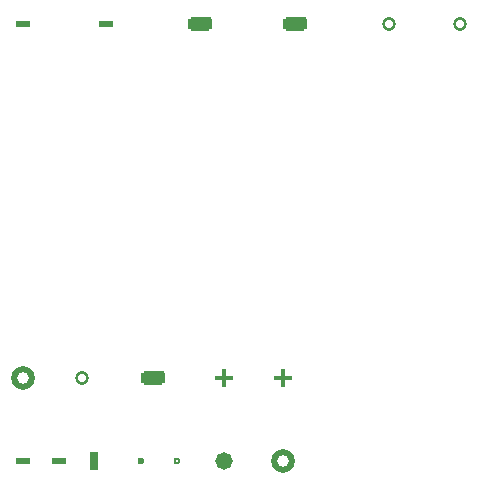
<source format=gbr>
G04 Test: Comprehensive all-features test*
G04 Tests most Gerber features in a single file*
G04 Based on Gerber Layer Format Specification Revision 2022.02*
%FSLAX26Y26*%
%MOMM*%
G04 === File Attributes ===%
%TF.FileFunction,Copper,L1,Top*%
%TF.FilePolarity,Positive*%
%TF.Part,Single*%
%TF.GenerationSoftware,TestSuite,ComprehensiveTest,1.0*%
%TF.CreationDate,2024-01-15T12:00:00+00:00*%
G04 === Standard Apertures ===%
%TA.AperFunction,Conductor*%
%ADD10C,0.25*%
%ADD11C,0.5*%
%TA.AperFunction,SMDPad,CuDef*%
%ADD12R,1.2X0.6*%
%ADD13R,0.8X1.5*%
%TA.AperFunction,ComponentPad*%
%ADD14C,1.0*%
%ADD15O,1.5X0.8*%
%TA.AperFunction,ViaPad*%
%ADD16C,0.6*%
%ADD17C,0.6X0.3*%
%TA.AperFunction,FiducialPad,Local*%
%ADD18P,1.5X8*%
%TD*%
G04 Circle with hole*
%ADD19C,2.0X1.0*%
G04 === Macro Apertures ===%
G04 Thermal macro*
%AMThermal80*
7,0,0,0.8,0.5,0.1,45*%
%ADD20Thermal80*%
G04 Parametric donut*
%AMDonut*
1,1,$1,0,0*
$2=$1x0.6*
1,0,$2,0,0*%
%ADD21Donut,1.2*%
G04 Rounded rectangle macro*
%AMRoundRect*
21,1,$1,$2-$3-$3,0,0,0*
21,1,$1-$3-$3,$2,0,0,0*
$4=$1/2-$3*
$5=$2/2-$3*
$6=$3x2*
1,1,$6,$4,$5,0*
1,1,$6,-$4,$5,0*
1,1,$6,-$4,-$5,0*
1,1,$6,$4,-$5,0*%
%ADD22RoundRect,2.0X1.2X0.2*%
G04 Cross macro*
%AMCross*
21,1,$1,$2,0,0,0*
21,1,$2,$1,0,0,0*%
%ADD23Cross,1.5X0.4*%
G04 === Block Aperture ===%
%ABD30*%
D11*
G01*
X-1000000Y0D02*
X1000000D01*
X0Y-1000000D02*
Y1000000D01*
D10*
X0Y0D03*
%AB*%
%LPD*%
G04 === Flash Standard Apertures ===%
G04 SMD pads*
%TO.C,U1*%
%TO.P,U1,1*%
D12*
X5000000Y5000000D03*
%TO.P,U1,2*%
X8000000D03*
%TO.P,U1,3*%
D13*
X11000000Y5000000D03*
%TD*%
G04 Via pads*
D16*
X15000000Y5000000D03*
D17*
X18000000Y5000000D03*
G04 Polygon aperture*
D18*
X22000000Y5000000D03*
G04 Circle with hole*
D19*
X27000000Y5000000D03*
G04 === Flash Macro Apertures ===%
D20*
X5000000Y12000000D03*
D21*
X10000000Y12000000D03*
D22*
X16000000Y12000000D03*
D23*
X22000000Y12000000D03*
G04 === Flash Block Aperture ===%
D30*
X27000000Y12000000D03*
G04 === Linear Plotting ===%
%TO.N,VCC*%
D10*
G01*
X5000000Y5000000D02*
X5000000Y8000000D01*
X15000000D01*
Y5000000D01*
%TD.N*%
G04 === Circular Plotting ===%
G75*
D11*
G04 Clockwise arc*
X5000000Y20000000D02*
G02*
X10000000Y20000000I2500000J0D01*
G04 Counterclockwise arc*
G03*
X15000000Y20000000I2500000J0D01*
G04 Full circle*
X22000000Y20000000D02*
G02*
X22000000Y20000000I3000000J0D01*
G04 S-curve*
D10*
X30000000Y18000000D02*
G01*
X32000000D01*
G03*
X34000000Y20000000I0J1000000D01*
G01*
X36000000D01*
G02*
X38000000Y22000000I0J1000000D01*
G01*
X40000000D01*
G04 === Regions ===%
G04 Simple rectangular region*
G36*
X5000000Y28000000D02*
G01*
X12000000D01*
Y33000000D01*
X5000000D01*
Y28000000D01*
G37*
G04 Region with arcs (rounded rectangle)*
G36*
X18000000Y28000000D02*
G01*
X23000000D01*
G03*
X25000000Y30000000I0J2000000D01*
G01*
Y31000000D01*
G03*
X23000000Y33000000I-2000000J0D01*
G01*
X18000000D01*
G03*
X16000000Y31000000I0J-2000000D01*
G01*
Y30000000D01*
G03*
X18000000Y28000000I2000000J0D01*
G37*
G04 Circular region*
G36*
X35000000Y30500000D02*
G03*
X35000000Y30500000I3000000J0D01*
G37*
G04 === Polarity (clear hole in region) ===%
%LPC*%
G36*
X8500000Y30500000D02*
G03*
X8500000Y30500000I1500000J0D01*
G37*
G36*
X35000000Y30500000D02*
G03*
X35000000Y30500000I1500000J0D01*
G37*
%LPD*%
G04 === Aperture Transformations ===%
G04 Rotation*
%LR45*%
D12*
X5000000Y42000000D03*
%LR90*%
X12000000Y42000000D03*
%LR0*%
G04 Mirroring*
%LMX*%
D22*
X20000000Y42000000D03*
%LMY*%
X28000000Y42000000D03*
%LMN*%
G04 Scaling*
%LS0.5*%
D21*
X36000000Y42000000D03*
%LS1.5*%
X42000000Y42000000D03*
%LS1.0*%
G04 === Step and Repeat ===%
%SRX3Y2I5000000J4000000*%
D14*
X5000000Y50000000D03*
%SR*%
G04 === End ===%
M02*

</source>
